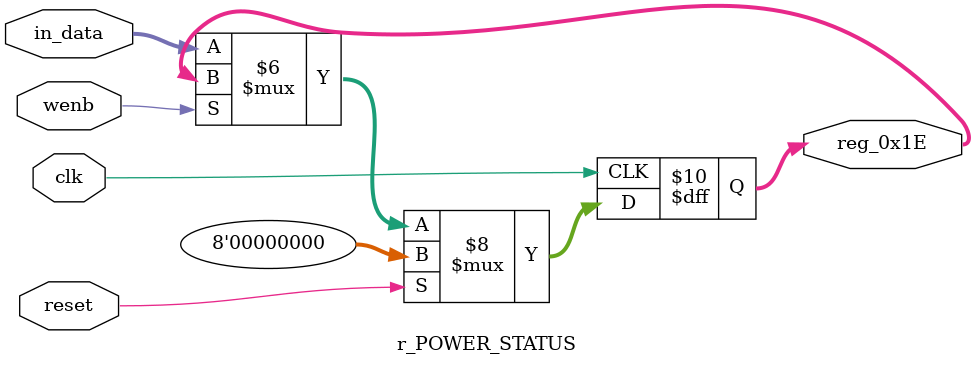
<source format=v>
module r_POWER_STATUS(output reg [7:0] reg_0x1E, input wire reset, input wire wenb, input wire [7:0] in_data, input wire clk);
	always@(posedge clk)
	begin
		if(reset==0) begin
			if(wenb==0)
				reg_0x1E<=in_data;
			else
				reg_0x1E<=reg_0x1E;
		end
		else
			reg_0x1E<=8'h00;
	end
endmodule
</source>
